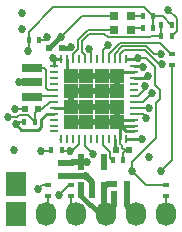
<source format=gtl>
G04 #@! TF.FileFunction,Copper,L1,Top,Signal*
%FSLAX46Y46*%
G04 Gerber Fmt 4.6, Leading zero omitted, Abs format (unit mm)*
G04 Created by KiCad (PCBNEW 4.0.2-stable) date 4/18/2016 9:54:35 PM*
%MOMM*%
G01*
G04 APERTURE LIST*
%ADD10C,0.100000*%
%ADD11R,0.600000X0.500000*%
%ADD12R,0.500000X0.600000*%
%ADD13R,0.797560X0.797560*%
%ADD14R,0.400000X0.600000*%
%ADD15R,0.600000X0.400000*%
%ADD16C,0.685800*%
%ADD17R,0.700000X0.250000*%
%ADD18R,0.250000X0.700000*%
%ADD19R,1.287500X1.287500*%
%ADD20R,0.558800X1.320800*%
%ADD21R,1.700000X0.700000*%
%ADD22R,1.727200X2.032000*%
%ADD23O,1.727200X2.032000*%
%ADD24C,0.508000*%
%ADD25C,0.476250*%
%ADD26C,0.381000*%
%ADD27C,0.152400*%
%ADD28C,0.254000*%
G04 APERTURE END LIST*
D10*
D11*
X200110000Y-111696500D03*
X201210000Y-111696500D03*
D12*
X196469000Y-109940000D03*
X196469000Y-111040000D03*
X195580000Y-109940000D03*
X195580000Y-111040000D03*
D11*
X193653500Y-105410000D03*
X192553500Y-105410000D03*
X200237000Y-108839000D03*
X201337000Y-108839000D03*
X200110000Y-112585500D03*
X201210000Y-112585500D03*
X195685500Y-100203000D03*
X194585500Y-100203000D03*
D13*
X201536300Y-97536000D03*
X200037700Y-97536000D03*
X201536300Y-98679000D03*
X200037700Y-98679000D03*
D14*
X192463000Y-106489500D03*
X193363000Y-106489500D03*
X204983500Y-98234500D03*
X204083500Y-98234500D03*
X204083500Y-99187000D03*
X204983500Y-99187000D03*
X199956000Y-109728000D03*
X200856000Y-109728000D03*
D15*
X204978000Y-101605500D03*
X204978000Y-100705500D03*
X194500500Y-112718000D03*
X194500500Y-111818000D03*
X196405500Y-112718000D03*
X196405500Y-111818000D03*
X204470000Y-112718000D03*
X204470000Y-111818000D03*
D14*
X194749000Y-108839000D03*
X195649000Y-108839000D03*
X192844000Y-99504500D03*
X193744000Y-99504500D03*
X202496000Y-97536000D03*
X203396000Y-97536000D03*
X203396000Y-98552000D03*
X202496000Y-98552000D03*
D16*
X191579500Y-108839000D03*
X202692000Y-103441500D03*
D17*
X194974000Y-101771000D03*
X194974000Y-102271000D03*
X194974000Y-102771000D03*
X194974000Y-103271000D03*
X194974000Y-103771000D03*
X194974000Y-104271000D03*
X194974000Y-104771000D03*
X194974000Y-105271000D03*
X194974000Y-105771000D03*
X194974000Y-106271000D03*
X194974000Y-106771000D03*
X194974000Y-107271000D03*
D18*
X195624000Y-107921000D03*
X196124000Y-107921000D03*
X196624000Y-107921000D03*
X197124000Y-107921000D03*
X197624000Y-107921000D03*
X198124000Y-107921000D03*
X198624000Y-107921000D03*
X199124000Y-107921000D03*
X199624000Y-107921000D03*
X200124000Y-107921000D03*
X200624000Y-107921000D03*
X201124000Y-107921000D03*
D17*
X201774000Y-107271000D03*
X201774000Y-106771000D03*
X201774000Y-106271000D03*
X201774000Y-105771000D03*
X201774000Y-105271000D03*
X201774000Y-104771000D03*
X201774000Y-104271000D03*
X201774000Y-103771000D03*
X201774000Y-103271000D03*
X201774000Y-102771000D03*
X201774000Y-102271000D03*
X201774000Y-101771000D03*
D18*
X201124000Y-101121000D03*
X200624000Y-101121000D03*
X200124000Y-101121000D03*
X199624000Y-101121000D03*
X199124000Y-101121000D03*
X198624000Y-101121000D03*
X198124000Y-101121000D03*
X197624000Y-101121000D03*
X197124000Y-101121000D03*
X196624000Y-101121000D03*
X196124000Y-101121000D03*
X195624000Y-101121000D03*
D19*
X200305250Y-106452250D03*
X200305250Y-105164750D03*
X200305250Y-103877250D03*
X200305250Y-102589750D03*
X199017750Y-106452250D03*
X199017750Y-105164750D03*
X199017750Y-103877250D03*
X199017750Y-102589750D03*
X197730250Y-106452250D03*
X197730250Y-105164750D03*
X197730250Y-103877250D03*
X197730250Y-102589750D03*
X196442750Y-106452250D03*
X196442750Y-105164750D03*
X196442750Y-103877250D03*
X196442750Y-102589750D03*
D20*
X197307200Y-112229900D03*
X198247000Y-112229900D03*
X199186800Y-112229900D03*
X199186800Y-109893100D03*
X197307200Y-109893100D03*
D21*
X193167000Y-101924000D03*
X193167000Y-103124000D03*
X193167000Y-104324000D03*
D22*
X191770000Y-111760000D03*
X191770000Y-114300000D03*
D23*
X194310000Y-114300000D03*
X196850000Y-114300000D03*
X199390000Y-114300000D03*
X201930000Y-114300000D03*
X204470000Y-114300000D03*
D16*
X203073000Y-109410500D03*
X204660500Y-96964500D03*
X197739000Y-111061500D03*
X192278000Y-97282000D03*
X192278000Y-98615500D03*
X195580000Y-99314000D03*
X200305250Y-105164750D03*
X196442750Y-105164750D03*
X200305250Y-102589750D03*
X196442750Y-102589750D03*
X192024000Y-103124000D03*
X191706500Y-105410000D03*
X193929000Y-108966000D03*
X202438000Y-107950000D03*
X197802500Y-109855000D03*
X192786000Y-100457000D03*
X196405500Y-100139500D03*
X202565000Y-101854000D03*
X194945000Y-101092000D03*
X191770000Y-106680000D03*
X191135000Y-106045000D03*
X204089000Y-110617000D03*
X203009500Y-105283000D03*
X194437000Y-99314000D03*
X197993000Y-100266500D03*
X202819000Y-106108500D03*
X196342000Y-108966000D03*
X199580500Y-99949000D03*
X203327000Y-104013000D03*
X193675000Y-112141000D03*
X202946000Y-102616000D03*
X204089000Y-100711000D03*
X204152500Y-101600000D03*
X195453000Y-112649000D03*
X198310500Y-109156500D03*
X202120500Y-101092000D03*
X201612500Y-110617000D03*
D24*
X200110000Y-112585500D02*
X200110000Y-113580000D01*
X200110000Y-113580000D02*
X199390000Y-114300000D01*
D25*
X197307200Y-112166400D02*
X197307200Y-112725200D01*
D26*
X197307200Y-112725200D02*
X198882000Y-114300000D01*
D25*
X198882000Y-114300000D02*
X199390000Y-114300000D01*
D24*
X199186800Y-112166400D02*
X199186800Y-112026700D01*
X199186800Y-112026700D02*
X199517000Y-111696500D01*
X199517000Y-111696500D02*
X200110000Y-111696500D01*
X199186800Y-112166400D02*
X199186800Y-114096800D01*
X199186800Y-114096800D02*
X199390000Y-114300000D01*
D27*
X204983500Y-99187000D02*
X204983500Y-99181500D01*
X204983500Y-99181500D02*
X205422500Y-98742500D01*
X205422500Y-98742500D02*
X205422500Y-97663000D01*
X205422500Y-97663000D02*
X204660500Y-96964500D01*
X200856000Y-109728000D02*
X200856000Y-109087500D01*
X200856000Y-109087500D02*
X201104500Y-108839000D01*
X201104500Y-108839000D02*
X201337000Y-108839000D01*
D25*
X196469000Y-111040000D02*
X195580000Y-111040000D01*
X196490500Y-111061500D02*
X197739000Y-111061500D01*
X197739000Y-111061500D02*
X198247000Y-111569500D01*
X196490500Y-111061500D02*
X196469000Y-111040000D01*
X198247000Y-112229900D02*
X198247000Y-111569500D01*
D24*
X201210000Y-112649000D02*
X201210000Y-113580000D01*
D28*
X198247000Y-112229900D02*
X198247000Y-111823500D01*
D27*
X200037700Y-97536000D02*
X197358000Y-97536000D01*
X197358000Y-97536000D02*
X195580000Y-99314000D01*
D26*
X195580000Y-99314000D02*
X195474500Y-99314000D01*
X195474500Y-99314000D02*
X194585500Y-100203000D01*
D27*
X201337000Y-108839000D02*
X200977500Y-108839000D01*
X200624000Y-108295000D02*
X200624000Y-107921000D01*
X200787000Y-108458000D02*
X200624000Y-108295000D01*
X200787000Y-108648500D02*
X200787000Y-108458000D01*
X200977500Y-108839000D02*
X200787000Y-108648500D01*
D28*
X200624000Y-107921000D02*
X200624000Y-106771000D01*
X200624000Y-106771000D02*
X200305250Y-106452250D01*
D24*
X196442750Y-106452250D02*
X197730250Y-106452250D01*
X197730250Y-106452250D02*
X199017750Y-106452250D01*
X199017750Y-106452250D02*
X200305250Y-106452250D01*
X200305250Y-106452250D02*
X200305250Y-105164750D01*
X200305250Y-105164750D02*
X199017750Y-105164750D01*
X199017750Y-105164750D02*
X197730250Y-105164750D01*
X197730250Y-105164750D02*
X196442750Y-105164750D01*
X196442750Y-105164750D02*
X196442750Y-103877250D01*
X196442750Y-103877250D02*
X197730250Y-103877250D01*
X197730250Y-103877250D02*
X199017750Y-103877250D01*
X199017750Y-103877250D02*
X200305250Y-103877250D01*
X200305250Y-103877250D02*
X200305250Y-102589750D01*
X200305250Y-102589750D02*
X199017750Y-102589750D01*
X199017750Y-102589750D02*
X197730250Y-102589750D01*
X197730250Y-102589750D02*
X196442750Y-102589750D01*
X201210000Y-111696500D02*
X201210000Y-112649000D01*
D28*
X196336500Y-105271000D02*
X196442750Y-105164750D01*
X200624000Y-102271000D02*
X200305250Y-102589750D01*
X196124000Y-102271000D02*
X196442750Y-102589750D01*
X201774000Y-102271000D02*
X200624000Y-102271000D01*
X201774000Y-106271000D02*
X200486500Y-106271000D01*
X200486500Y-106271000D02*
X200305250Y-106452250D01*
X201774000Y-106771000D02*
X200624000Y-106771000D01*
X200624000Y-106771000D02*
X200305250Y-106452250D01*
X201774000Y-107271000D02*
X201124000Y-107271000D01*
X201124000Y-107271000D02*
X200305250Y-106452250D01*
X200624000Y-106771000D02*
X200305250Y-106452250D01*
X194974000Y-105271000D02*
X196336500Y-105271000D01*
X196124000Y-101121000D02*
X196124000Y-102271000D01*
D27*
X193167000Y-103124000D02*
X192024000Y-103124000D01*
D24*
X201210000Y-113580000D02*
X201930000Y-114300000D01*
D27*
X192553500Y-105410000D02*
X191706500Y-105410000D01*
X193929000Y-108966000D02*
X194749000Y-108966000D01*
D28*
X201124000Y-107921000D02*
X202409000Y-107921000D01*
X202409000Y-107921000D02*
X202438000Y-107950000D01*
D27*
X204983500Y-98234500D02*
X204914500Y-98234500D01*
X204914500Y-98234500D02*
X204216000Y-97536000D01*
X204216000Y-97536000D02*
X203396000Y-97536000D01*
X197307200Y-109893100D02*
X197764400Y-109893100D01*
X197764400Y-109893100D02*
X197802500Y-109855000D01*
X192844000Y-99504500D02*
X192844000Y-98811500D01*
X202634000Y-96774000D02*
X203396000Y-97536000D01*
X194881500Y-96774000D02*
X202634000Y-96774000D01*
X192844000Y-98811500D02*
X194881500Y-96774000D01*
D28*
X193929000Y-106807000D02*
X193929000Y-106870500D01*
X194974000Y-105771000D02*
X194393500Y-105771000D01*
X194393500Y-105771000D02*
X193929000Y-106235500D01*
X193929000Y-106235500D02*
X193929000Y-106807000D01*
X193929000Y-106870500D02*
X193675000Y-107124500D01*
D27*
X197307200Y-109893100D02*
X197307200Y-110134400D01*
X192844000Y-99504500D02*
X192844000Y-100399000D01*
X192844000Y-100399000D02*
X192786000Y-100457000D01*
D26*
X196405500Y-100139500D02*
X196342000Y-100203000D01*
X196342000Y-100203000D02*
X195685500Y-100203000D01*
D27*
X203396000Y-98552000D02*
X203396000Y-97536000D01*
D28*
X201774000Y-101771000D02*
X202482000Y-101771000D01*
X202482000Y-101771000D02*
X202565000Y-101854000D01*
D24*
X196469000Y-109940000D02*
X195580000Y-109940000D01*
X196579400Y-109829600D02*
X196469000Y-109940000D01*
X197307200Y-109829600D02*
X196579400Y-109829600D01*
D28*
X195624000Y-101121000D02*
X194974000Y-101121000D01*
X194974000Y-101771000D02*
X194974000Y-101121000D01*
D27*
X191960500Y-106489500D02*
X191770000Y-106680000D01*
X191960500Y-106489500D02*
X192463000Y-106489500D01*
D28*
X192214500Y-107124500D02*
X191770000Y-106680000D01*
X193675000Y-107124500D02*
X192214500Y-107124500D01*
D27*
X191897000Y-106045000D02*
X191135000Y-106045000D01*
X192024000Y-105918000D02*
X191897000Y-106045000D01*
X192786000Y-105918000D02*
X192024000Y-105918000D01*
X193357500Y-106489500D02*
X192786000Y-105918000D01*
X193363000Y-106489500D02*
X193363000Y-105700500D01*
X193363000Y-105700500D02*
X193653500Y-105410000D01*
X193363000Y-106489500D02*
X193357500Y-106489500D01*
X194974000Y-104771000D02*
X194631500Y-104771000D01*
X194631500Y-104771000D02*
X193992500Y-105410000D01*
X193992500Y-105410000D02*
X193653500Y-105410000D01*
X192341500Y-111125000D02*
X192341500Y-111818000D01*
X192278000Y-111061500D02*
X192341500Y-111125000D01*
D28*
X200237000Y-108839000D02*
X200237000Y-108670000D01*
X200237000Y-108670000D02*
X200124000Y-108557000D01*
X200124000Y-108557000D02*
X200124000Y-107921000D01*
D27*
X202496000Y-98552000D02*
X201663300Y-98552000D01*
X201663300Y-98552000D02*
X201536300Y-98679000D01*
X196624000Y-100746500D02*
X196977000Y-100393500D01*
X197421500Y-99123500D02*
X197866000Y-98679000D01*
X200037700Y-98679000D02*
X197866000Y-98679000D01*
X196624000Y-100746500D02*
X196624000Y-101121000D01*
X197040500Y-99504500D02*
X197421500Y-99123500D01*
X197040500Y-100330000D02*
X197040500Y-99504500D01*
X196977000Y-100393500D02*
X197040500Y-100330000D01*
X204978000Y-101605500D02*
X204978000Y-109728000D01*
X204978000Y-109728000D02*
X204089000Y-110617000D01*
X194500500Y-112718000D02*
X194500500Y-114109500D01*
X194500500Y-114109500D02*
X194310000Y-114300000D01*
X194246500Y-114236500D02*
X194310000Y-114300000D01*
X196405500Y-112718000D02*
X196405500Y-113855500D01*
X196405500Y-113855500D02*
X196850000Y-114300000D01*
X196342000Y-113792000D02*
X196850000Y-114300000D01*
X204470000Y-112718000D02*
X204470000Y-114300000D01*
X201774000Y-105271000D02*
X202997500Y-105271000D01*
X202997500Y-105271000D02*
X203009500Y-105283000D01*
X193744000Y-99504500D02*
X194246500Y-99504500D01*
X194246500Y-99504500D02*
X194437000Y-99314000D01*
X198124000Y-100397500D02*
X197993000Y-100266500D01*
X198124000Y-101121000D02*
X198124000Y-100397500D01*
X201794000Y-105791000D02*
X202501500Y-105791000D01*
X202819000Y-106108500D02*
X202501500Y-105791000D01*
X201794000Y-105791000D02*
X201774000Y-105771000D01*
X196342000Y-108966000D02*
X195649000Y-108966000D01*
X196342000Y-108966000D02*
X196532500Y-108966000D01*
X196532500Y-108966000D02*
X197124000Y-108374500D01*
X197124000Y-108374500D02*
X197124000Y-107921000D01*
X199124000Y-101121000D02*
X199124000Y-100405500D01*
X199124000Y-100405500D02*
X199580500Y-99949000D01*
X202124500Y-104771000D02*
X202569000Y-104771000D01*
X202124500Y-104771000D02*
X201774000Y-104771000D01*
X202569000Y-104771000D02*
X203327000Y-104013000D01*
X204083500Y-99187000D02*
X204083500Y-98234500D01*
X204083500Y-99187000D02*
X203276198Y-99187000D01*
X203276198Y-99187000D02*
X203149198Y-99314000D01*
X203149198Y-99314000D02*
X199529698Y-99314000D01*
X199529698Y-99314000D02*
X199199500Y-98983802D01*
X199199500Y-98983802D02*
X197992254Y-98983802D01*
X197992254Y-98983802D02*
X197358000Y-99618056D01*
X197358000Y-99618056D02*
X197358000Y-100520500D01*
X197358000Y-100520500D02*
X197624000Y-100786500D01*
X197624000Y-100786500D02*
X197624000Y-101121000D01*
X199124000Y-107921000D02*
X199124000Y-108446000D01*
X199707500Y-109479500D02*
X199956000Y-109728000D01*
X199707500Y-109029500D02*
X199707500Y-109479500D01*
X199124000Y-108446000D02*
X199707500Y-109029500D01*
X199624000Y-101121000D02*
X199624000Y-100731000D01*
X203980198Y-99758500D02*
X204927198Y-100705500D01*
X200596500Y-99758500D02*
X203980198Y-99758500D01*
X199624000Y-100731000D02*
X200596500Y-99758500D01*
X204927198Y-100705500D02*
X204978000Y-100705500D01*
X193998000Y-111818000D02*
X194500500Y-111818000D01*
X193675000Y-112141000D02*
X193998000Y-111818000D01*
X203263500Y-100520500D02*
X203263127Y-100520873D01*
X203263127Y-100520873D02*
X203263127Y-100520127D01*
D28*
X202791000Y-102771000D02*
X201774000Y-102771000D01*
X202791000Y-102771000D02*
X202946000Y-102616000D01*
D27*
X200124000Y-100739000D02*
X200787000Y-100076000D01*
X200124000Y-101121000D02*
X200124000Y-100739000D01*
X202819000Y-100076000D02*
X203263127Y-100520127D01*
X200787000Y-100076000D02*
X202819000Y-100076000D01*
X203263500Y-100520500D02*
X203454000Y-100711000D01*
X203454000Y-100711000D02*
X204089000Y-100711000D01*
X203339698Y-101028500D02*
X202692000Y-100380802D01*
X202692000Y-100380802D02*
X200926698Y-100380802D01*
X200926698Y-100380802D02*
X200624000Y-100683500D01*
X200624000Y-101121000D02*
X200624000Y-100683500D01*
X203339698Y-101041198D02*
X203898500Y-101600000D01*
X203898500Y-101600000D02*
X204152500Y-101600000D01*
X203339698Y-101028500D02*
X203339698Y-101041198D01*
X195453000Y-112649000D02*
X196284000Y-111818000D01*
X196284000Y-111818000D02*
X196405500Y-111818000D01*
X203517500Y-107950000D02*
X203644500Y-107823000D01*
X203644500Y-107823000D02*
X203644500Y-106426000D01*
X197624000Y-107921000D02*
X197624000Y-108470000D01*
X197624000Y-108470000D02*
X198310500Y-109156500D01*
X202628500Y-108839000D02*
X203517500Y-107950000D01*
X203581000Y-101854000D02*
X203581000Y-103378000D01*
X202819000Y-101092000D02*
X203581000Y-101854000D01*
X203962000Y-104521000D02*
X203644500Y-104838500D01*
X203644500Y-104838500D02*
X203644500Y-106426000D01*
D28*
X202091500Y-101121000D02*
X202120500Y-101092000D01*
X201124000Y-101121000D02*
X202091500Y-101121000D01*
D27*
X202120500Y-101092000D02*
X202819000Y-101092000D01*
X203962000Y-103759000D02*
X203962000Y-104521000D01*
X203581000Y-103378000D02*
X203962000Y-103759000D01*
X201612500Y-109855000D02*
X201612500Y-110617000D01*
X202628500Y-108839000D02*
X201612500Y-109855000D01*
X202813500Y-111818000D02*
X204470000Y-111818000D01*
X201612500Y-110617000D02*
X202813500Y-111818000D01*
X194974000Y-103771000D02*
X194449000Y-103771000D01*
X194126000Y-101924000D02*
X193167000Y-101924000D01*
X194310000Y-102108000D02*
X194126000Y-101924000D01*
X194310000Y-103632000D02*
X194310000Y-102108000D01*
X194449000Y-103771000D02*
X194310000Y-103632000D01*
X194974000Y-104271000D02*
X193220000Y-104271000D01*
X193220000Y-104271000D02*
X193167000Y-104324000D01*
X202496000Y-97536000D02*
X201536300Y-97536000D01*
X201774000Y-104271000D02*
X202116500Y-104271000D01*
X202116500Y-104271000D02*
X202692000Y-103695500D01*
X202692000Y-103695500D02*
X202692000Y-103441500D01*
X195624000Y-107921000D02*
X195545500Y-107921000D01*
M02*

</source>
